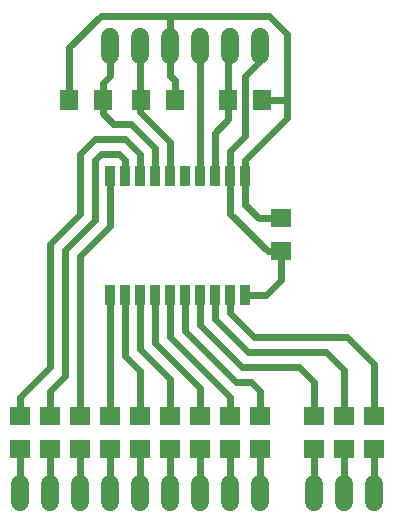
<source format=gbr>
G04 EAGLE Gerber RS-274X export*
G75*
%MOMM*%
%FSLAX34Y34*%
%LPD*%
%INTop Copper*%
%IPPOS*%
%AMOC8*
5,1,8,0,0,1.08239X$1,22.5*%
G01*
%ADD10R,1.800000X1.600000*%
%ADD11C,1.524000*%
%ADD12R,1.803000X1.600000*%
%ADD13R,1.600000X1.803000*%
%ADD14R,0.914400X1.778000*%
%ADD15C,0.609600*%
%ADD16C,0.152400*%


D10*
X251460Y262920D03*
X251460Y234920D03*
D11*
X106680Y401320D02*
X106680Y416560D01*
X132080Y416560D02*
X132080Y401320D01*
X157480Y401320D02*
X157480Y416560D01*
X182880Y416560D02*
X182880Y401320D01*
X208280Y401320D02*
X208280Y416560D01*
X233680Y416560D02*
X233680Y401320D01*
D12*
X132080Y95500D03*
X132080Y67060D03*
X182880Y95500D03*
X182880Y67060D03*
X208280Y95500D03*
X208280Y67060D03*
X233680Y95500D03*
X233680Y67060D03*
X279400Y95500D03*
X279400Y67060D03*
X304800Y95500D03*
X304800Y67060D03*
X330200Y95500D03*
X330200Y67060D03*
X81280Y95500D03*
X81280Y67060D03*
X55880Y95500D03*
X55880Y67060D03*
X30480Y95500D03*
X30480Y67060D03*
X157480Y95500D03*
X157480Y67060D03*
X106680Y95500D03*
X106680Y67060D03*
D13*
X133100Y363220D03*
X161540Y363220D03*
X206760Y363220D03*
X235200Y363220D03*
X100580Y363220D03*
X72140Y363220D03*
D11*
X330200Y38100D02*
X330200Y22860D01*
X304800Y22860D02*
X304800Y38100D01*
X279400Y38100D02*
X279400Y22860D01*
X233680Y22860D02*
X233680Y38100D01*
X208280Y38100D02*
X208280Y22860D01*
X182880Y22860D02*
X182880Y38100D01*
X157480Y38100D02*
X157480Y22860D01*
X132080Y22860D02*
X132080Y38100D01*
X106680Y38100D02*
X106680Y22860D01*
X81280Y22860D02*
X81280Y38100D01*
X55880Y38100D02*
X55880Y22860D01*
X30480Y22860D02*
X30480Y38100D01*
D14*
X106680Y198120D03*
X119380Y198120D03*
X132080Y198120D03*
X144780Y198120D03*
X157480Y198120D03*
X170180Y198120D03*
X182880Y198120D03*
X195580Y198120D03*
X208280Y198120D03*
X220980Y198120D03*
X106680Y298120D03*
X119380Y298120D03*
X132080Y298120D03*
X144780Y298120D03*
X157480Y298120D03*
X170180Y298120D03*
X182880Y298120D03*
X195580Y298120D03*
X208280Y298120D03*
X220980Y298120D03*
D15*
X233680Y396240D02*
X233680Y408940D01*
X233680Y396240D02*
X220980Y383540D01*
X220980Y332740D01*
X208280Y320040D01*
X208280Y298120D01*
X208280Y266700D01*
X240060Y234920D02*
X251460Y234920D01*
X240060Y234920D02*
X208280Y266700D01*
X220980Y198120D02*
X238760Y198120D01*
X251460Y210820D01*
X251460Y234920D01*
X220980Y274320D02*
X220980Y298120D01*
X220980Y274320D02*
X232380Y262920D01*
X251460Y262920D01*
X241300Y434340D02*
X157480Y434340D01*
X241300Y434340D02*
X256540Y419100D01*
X256540Y347980D02*
X220980Y312420D01*
X220980Y298120D01*
X256540Y363220D02*
X256540Y419100D01*
X256540Y363220D02*
X256540Y347980D01*
X256540Y363220D02*
X235200Y363220D01*
X161540Y363220D02*
X161540Y379480D01*
X157480Y383540D01*
X157480Y408940D01*
X72140Y407420D02*
X72140Y363220D01*
X72140Y407420D02*
X99060Y434340D01*
X157480Y434340D01*
X157480Y408940D01*
X170180Y198120D02*
X170180Y167640D01*
X213360Y124460D02*
X226060Y124460D01*
X233680Y116840D01*
X233680Y95500D01*
X213360Y124460D02*
X170180Y167640D01*
D16*
X271780Y93980D02*
X271780Y91440D01*
D15*
X182880Y172720D02*
X182880Y198120D01*
X182880Y172720D02*
X218440Y137160D01*
X266700Y137160D01*
X279400Y124460D01*
X279400Y95500D01*
X330200Y67060D02*
X330200Y30480D01*
X304800Y30480D02*
X304800Y67060D01*
X279400Y67060D02*
X279400Y30480D01*
X233680Y30480D02*
X233680Y67060D01*
X208280Y67060D02*
X208280Y30480D01*
X182880Y30480D02*
X182880Y67060D01*
X157480Y67060D02*
X157480Y30480D01*
X132080Y30480D02*
X132080Y67060D01*
X106680Y67060D02*
X106680Y30480D01*
X55880Y30480D02*
X55880Y67060D01*
X30480Y67060D02*
X30480Y30480D01*
X157480Y298120D02*
X157480Y327660D01*
X132080Y353060D01*
X132080Y362200D01*
X133100Y363220D01*
X132080Y364240D02*
X132080Y408940D01*
X132080Y364240D02*
X133100Y363220D01*
X144780Y322580D02*
X144780Y298120D01*
X144780Y322580D02*
X124460Y342900D01*
X109220Y342900D01*
X100580Y351540D01*
X100580Y363220D01*
X100580Y377440D01*
X106680Y383540D01*
X106680Y408940D01*
X195580Y335280D02*
X195580Y298120D01*
X206760Y346460D02*
X206760Y363220D01*
X206760Y346460D02*
X195580Y335280D01*
X206760Y363220D02*
X206760Y407420D01*
X208280Y408940D01*
X182880Y408940D02*
X182880Y298120D01*
X33020Y98040D02*
X30480Y95500D01*
X132080Y298120D02*
X132080Y317500D01*
X119380Y330200D01*
X93980Y330200D02*
X81280Y317500D01*
X81280Y266700D01*
X55880Y241300D01*
X55880Y137160D01*
X30480Y111760D02*
X30480Y95500D01*
X93980Y330200D02*
X119380Y330200D01*
X55880Y137160D02*
X30480Y111760D01*
X81280Y67060D02*
X81280Y30480D01*
X106680Y256540D02*
X106680Y298120D01*
X106680Y256540D02*
X81280Y231140D01*
X81280Y95500D01*
X60960Y100580D02*
X55880Y95500D01*
X55880Y116840D01*
X93980Y261620D02*
X93980Y312420D01*
X99060Y317500D01*
X114300Y317500D01*
X119380Y312420D01*
X119380Y298120D01*
X68580Y129540D02*
X55880Y116840D01*
X68580Y129540D02*
X68580Y236220D01*
X93980Y261620D01*
X106680Y198120D02*
X106680Y95500D01*
X132080Y95500D02*
X132080Y133600D01*
X119380Y146300D01*
X119380Y198120D01*
X132080Y198120D02*
X132080Y152400D01*
X157480Y127000D02*
X157480Y95500D01*
X157480Y127000D02*
X132080Y152400D01*
X144780Y157480D02*
X144780Y198120D01*
X144780Y157480D02*
X182880Y119380D01*
X182880Y95500D01*
X157480Y162560D02*
X157480Y198120D01*
X157480Y162560D02*
X208280Y111760D01*
X208280Y95500D01*
X195580Y177800D02*
X195580Y198120D01*
X195580Y177800D02*
X223520Y149860D01*
X289560Y149860D01*
X304800Y134620D01*
X304800Y95500D01*
X208280Y182880D02*
X208280Y198120D01*
X208280Y182880D02*
X228600Y162560D01*
X307340Y162560D01*
X330200Y139700D01*
X330200Y95500D01*
M02*

</source>
